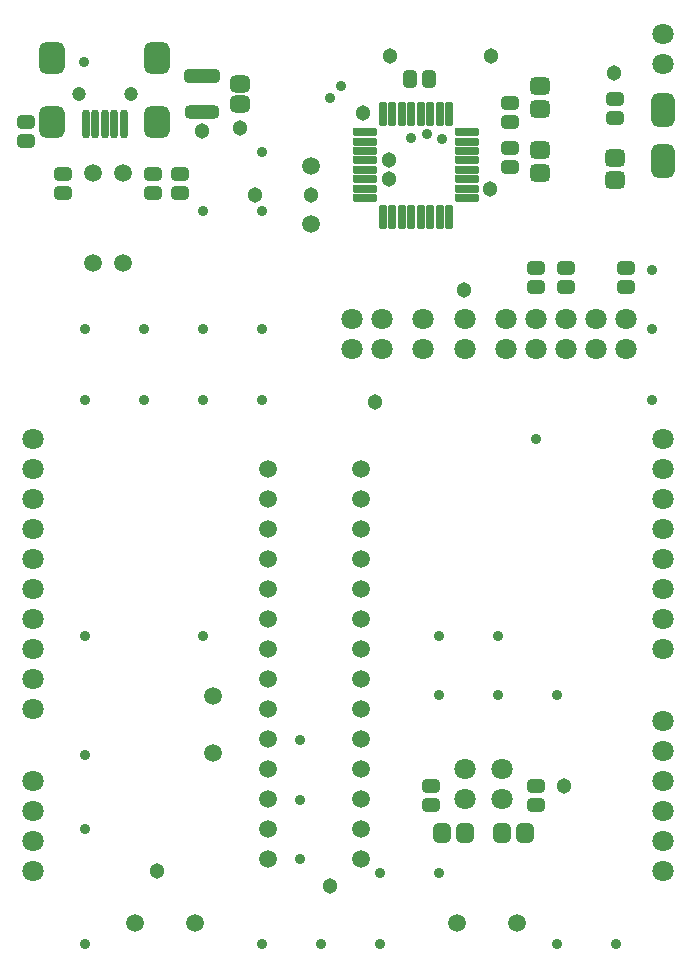
<source format=gts>
%FSTAX43Y43*%
%MOMM*%
G71*
G01*
G75*
G04 Layer_Color=3394611*
G04:AMPARAMS|DCode=10|XSize=2.5mm|YSize=2mm|CornerRadius=0.5mm|HoleSize=0mm|Usage=FLASHONLY|Rotation=90.000|XOffset=0mm|YOffset=0mm|HoleType=Round|Shape=RoundedRectangle|*
%AMROUNDEDRECTD10*
21,1,2.500,1.000,0,0,90.0*
21,1,1.500,2.000,0,0,90.0*
1,1,1.000,0.500,0.750*
1,1,1.000,0.500,-0.750*
1,1,1.000,-0.500,-0.750*
1,1,1.000,-0.500,0.750*
%
%ADD10ROUNDEDRECTD10*%
%ADD11O,0.500X2.250*%
G04:AMPARAMS|DCode=12|XSize=1.3mm|YSize=1mm|CornerRadius=0.25mm|HoleSize=0mm|Usage=FLASHONLY|Rotation=0.000|XOffset=0mm|YOffset=0mm|HoleType=Round|Shape=RoundedRectangle|*
%AMROUNDEDRECTD12*
21,1,1.300,0.500,0,0,0.0*
21,1,0.800,1.000,0,0,0.0*
1,1,0.500,0.400,-0.250*
1,1,0.500,-0.400,-0.250*
1,1,0.500,-0.400,0.250*
1,1,0.500,0.400,0.250*
%
%ADD12ROUNDEDRECTD12*%
G04:AMPARAMS|DCode=13|XSize=1mm|YSize=2.8mm|CornerRadius=0.25mm|HoleSize=0mm|Usage=FLASHONLY|Rotation=270.000|XOffset=0mm|YOffset=0mm|HoleType=Round|Shape=RoundedRectangle|*
%AMROUNDEDRECTD13*
21,1,1.000,2.300,0,0,270.0*
21,1,0.500,2.800,0,0,270.0*
1,1,0.500,-1.150,-0.250*
1,1,0.500,-1.150,0.250*
1,1,0.500,1.150,0.250*
1,1,0.500,1.150,-0.250*
%
%ADD13ROUNDEDRECTD13*%
G04:AMPARAMS|DCode=14|XSize=0.9mm|YSize=2.7mm|CornerRadius=0.225mm|HoleSize=0mm|Usage=FLASHONLY|Rotation=270.000|XOffset=0mm|YOffset=0mm|HoleType=Round|Shape=RoundedRectangle|*
%AMROUNDEDRECTD14*
21,1,0.900,2.250,0,0,270.0*
21,1,0.450,2.700,0,0,270.0*
1,1,0.450,-1.125,-0.225*
1,1,0.450,-1.125,0.225*
1,1,0.450,1.125,0.225*
1,1,0.450,1.125,-0.225*
%
%ADD14ROUNDEDRECTD14*%
G04:AMPARAMS|DCode=15|XSize=1.5mm|YSize=1.25mm|CornerRadius=0.313mm|HoleSize=0mm|Usage=FLASHONLY|Rotation=180.000|XOffset=0mm|YOffset=0mm|HoleType=Round|Shape=RoundedRectangle|*
%AMROUNDEDRECTD15*
21,1,1.500,0.625,0,0,180.0*
21,1,0.875,1.250,0,0,180.0*
1,1,0.625,-0.438,0.313*
1,1,0.625,0.438,0.313*
1,1,0.625,0.438,-0.313*
1,1,0.625,-0.438,-0.313*
%
%ADD15ROUNDEDRECTD15*%
G04:AMPARAMS|DCode=16|XSize=1.9mm|YSize=0.5mm|CornerRadius=0.125mm|HoleSize=0mm|Usage=FLASHONLY|Rotation=0.000|XOffset=0mm|YOffset=0mm|HoleType=Round|Shape=RoundedRectangle|*
%AMROUNDEDRECTD16*
21,1,1.900,0.250,0,0,0.0*
21,1,1.650,0.500,0,0,0.0*
1,1,0.250,0.825,-0.125*
1,1,0.250,-0.825,-0.125*
1,1,0.250,-0.825,0.125*
1,1,0.250,0.825,0.125*
%
%ADD16ROUNDEDRECTD16*%
G04:AMPARAMS|DCode=17|XSize=1.9mm|YSize=0.5mm|CornerRadius=0.125mm|HoleSize=0mm|Usage=FLASHONLY|Rotation=90.000|XOffset=0mm|YOffset=0mm|HoleType=Round|Shape=RoundedRectangle|*
%AMROUNDEDRECTD17*
21,1,1.900,0.250,0,0,90.0*
21,1,1.650,0.500,0,0,90.0*
1,1,0.250,0.125,0.825*
1,1,0.250,0.125,-0.825*
1,1,0.250,-0.125,-0.825*
1,1,0.250,-0.125,0.825*
%
%ADD17ROUNDEDRECTD17*%
G04:AMPARAMS|DCode=18|XSize=1.3mm|YSize=1mm|CornerRadius=0.25mm|HoleSize=0mm|Usage=FLASHONLY|Rotation=90.000|XOffset=0mm|YOffset=0mm|HoleType=Round|Shape=RoundedRectangle|*
%AMROUNDEDRECTD18*
21,1,1.300,0.500,0,0,90.0*
21,1,0.800,1.000,0,0,90.0*
1,1,0.500,0.250,0.400*
1,1,0.500,0.250,-0.400*
1,1,0.500,-0.250,-0.400*
1,1,0.500,-0.250,0.400*
%
%ADD18ROUNDEDRECTD18*%
G04:AMPARAMS|DCode=19|XSize=2.65mm|YSize=1.75mm|CornerRadius=0.438mm|HoleSize=0mm|Usage=FLASHONLY|Rotation=270.000|XOffset=0mm|YOffset=0mm|HoleType=Round|Shape=RoundedRectangle|*
%AMROUNDEDRECTD19*
21,1,2.650,0.875,0,0,270.0*
21,1,1.775,1.750,0,0,270.0*
1,1,0.875,-0.438,-0.887*
1,1,0.875,-0.438,0.887*
1,1,0.875,0.438,0.887*
1,1,0.875,0.438,-0.887*
%
%ADD19ROUNDEDRECTD19*%
G04:AMPARAMS|DCode=20|XSize=1.5mm|YSize=1.3mm|CornerRadius=0.325mm|HoleSize=0mm|Usage=FLASHONLY|Rotation=0.000|XOffset=0mm|YOffset=0mm|HoleType=Round|Shape=RoundedRectangle|*
%AMROUNDEDRECTD20*
21,1,1.500,0.650,0,0,0.0*
21,1,0.850,1.300,0,0,0.0*
1,1,0.650,0.425,-0.325*
1,1,0.650,-0.425,-0.325*
1,1,0.650,-0.425,0.325*
1,1,0.650,0.425,0.325*
%
%ADD20ROUNDEDRECTD20*%
G04:AMPARAMS|DCode=21|XSize=1.5mm|YSize=1.3mm|CornerRadius=0.325mm|HoleSize=0mm|Usage=FLASHONLY|Rotation=270.000|XOffset=0mm|YOffset=0mm|HoleType=Round|Shape=RoundedRectangle|*
%AMROUNDEDRECTD21*
21,1,1.500,0.650,0,0,270.0*
21,1,0.850,1.300,0,0,270.0*
1,1,0.650,-0.325,-0.425*
1,1,0.650,-0.325,0.425*
1,1,0.650,0.325,0.425*
1,1,0.650,0.325,-0.425*
%
%ADD21ROUNDEDRECTD21*%
%ADD22C,1.000*%
%ADD23C,0.500*%
%ADD24C,0.300*%
%ADD25C,1.300*%
%ADD26C,1.600*%
%ADD27C,1.000*%
%ADD28C,1.100*%
%ADD29C,0.700*%
G04:AMPARAMS|DCode=30|XSize=0.9mm|YSize=0.8mm|CornerRadius=0.2mm|HoleSize=0mm|Usage=FLASHONLY|Rotation=270.000|XOffset=0mm|YOffset=0mm|HoleType=Round|Shape=RoundedRectangle|*
%AMROUNDEDRECTD30*
21,1,0.900,0.400,0,0,270.0*
21,1,0.500,0.800,0,0,270.0*
1,1,0.400,-0.200,-0.250*
1,1,0.400,-0.200,0.250*
1,1,0.400,0.200,0.250*
1,1,0.400,0.200,-0.250*
%
%ADD30ROUNDEDRECTD30*%
%ADD31C,0.178*%
%ADD32C,0.005*%
%ADD33C,0.254*%
%ADD34C,0.250*%
G04:AMPARAMS|DCode=35|XSize=2.703mm|YSize=2.203mm|CornerRadius=0.602mm|HoleSize=0mm|Usage=FLASHONLY|Rotation=90.000|XOffset=0mm|YOffset=0mm|HoleType=Round|Shape=RoundedRectangle|*
%AMROUNDEDRECTD35*
21,1,2.703,1.000,0,0,90.0*
21,1,1.500,2.203,0,0,90.0*
1,1,1.203,0.500,0.750*
1,1,1.203,0.500,-0.750*
1,1,1.203,-0.500,-0.750*
1,1,1.203,-0.500,0.750*
%
%ADD35ROUNDEDRECTD35*%
%ADD36O,0.703X2.453*%
G04:AMPARAMS|DCode=37|XSize=1.503mm|YSize=1.203mm|CornerRadius=0.352mm|HoleSize=0mm|Usage=FLASHONLY|Rotation=0.000|XOffset=0mm|YOffset=0mm|HoleType=Round|Shape=RoundedRectangle|*
%AMROUNDEDRECTD37*
21,1,1.503,0.500,0,0,0.0*
21,1,0.800,1.203,0,0,0.0*
1,1,0.703,0.400,-0.250*
1,1,0.703,-0.400,-0.250*
1,1,0.703,-0.400,0.250*
1,1,0.703,0.400,0.250*
%
%ADD37ROUNDEDRECTD37*%
G04:AMPARAMS|DCode=38|XSize=1.203mm|YSize=3.003mm|CornerRadius=0.352mm|HoleSize=0mm|Usage=FLASHONLY|Rotation=270.000|XOffset=0mm|YOffset=0mm|HoleType=Round|Shape=RoundedRectangle|*
%AMROUNDEDRECTD38*
21,1,1.203,2.300,0,0,270.0*
21,1,0.500,3.003,0,0,270.0*
1,1,0.703,-1.150,-0.250*
1,1,0.703,-1.150,0.250*
1,1,0.703,1.150,0.250*
1,1,0.703,1.150,-0.250*
%
%ADD38ROUNDEDRECTD38*%
G04:AMPARAMS|DCode=39|XSize=1.103mm|YSize=2.903mm|CornerRadius=0.327mm|HoleSize=0mm|Usage=FLASHONLY|Rotation=270.000|XOffset=0mm|YOffset=0mm|HoleType=Round|Shape=RoundedRectangle|*
%AMROUNDEDRECTD39*
21,1,1.103,2.250,0,0,270.0*
21,1,0.450,2.903,0,0,270.0*
1,1,0.653,-1.125,-0.225*
1,1,0.653,-1.125,0.225*
1,1,0.653,1.125,0.225*
1,1,0.653,1.125,-0.225*
%
%ADD39ROUNDEDRECTD39*%
G04:AMPARAMS|DCode=40|XSize=1.703mm|YSize=1.453mm|CornerRadius=0.414mm|HoleSize=0mm|Usage=FLASHONLY|Rotation=180.000|XOffset=0mm|YOffset=0mm|HoleType=Round|Shape=RoundedRectangle|*
%AMROUNDEDRECTD40*
21,1,1.703,0.625,0,0,180.0*
21,1,0.875,1.453,0,0,180.0*
1,1,0.828,-0.438,0.313*
1,1,0.828,0.438,0.313*
1,1,0.828,0.438,-0.313*
1,1,0.828,-0.438,-0.313*
%
%ADD40ROUNDEDRECTD40*%
G04:AMPARAMS|DCode=41|XSize=2.1mm|YSize=0.7mm|CornerRadius=0.225mm|HoleSize=0mm|Usage=FLASHONLY|Rotation=0.000|XOffset=0mm|YOffset=0mm|HoleType=Round|Shape=RoundedRectangle|*
%AMROUNDEDRECTD41*
21,1,2.100,0.250,0,0,0.0*
21,1,1.650,0.700,0,0,0.0*
1,1,0.450,0.825,-0.125*
1,1,0.450,-0.825,-0.125*
1,1,0.450,-0.825,0.125*
1,1,0.450,0.825,0.125*
%
%ADD41ROUNDEDRECTD41*%
G04:AMPARAMS|DCode=42|XSize=2.1mm|YSize=0.7mm|CornerRadius=0.225mm|HoleSize=0mm|Usage=FLASHONLY|Rotation=90.000|XOffset=0mm|YOffset=0mm|HoleType=Round|Shape=RoundedRectangle|*
%AMROUNDEDRECTD42*
21,1,2.100,0.250,0,0,90.0*
21,1,1.650,0.700,0,0,90.0*
1,1,0.450,0.125,0.825*
1,1,0.450,0.125,-0.825*
1,1,0.450,-0.125,-0.825*
1,1,0.450,-0.125,0.825*
%
%ADD42ROUNDEDRECTD42*%
G04:AMPARAMS|DCode=43|XSize=1.503mm|YSize=1.203mm|CornerRadius=0.352mm|HoleSize=0mm|Usage=FLASHONLY|Rotation=90.000|XOffset=0mm|YOffset=0mm|HoleType=Round|Shape=RoundedRectangle|*
%AMROUNDEDRECTD43*
21,1,1.503,0.500,0,0,90.0*
21,1,0.800,1.203,0,0,90.0*
1,1,0.703,0.250,0.400*
1,1,0.703,0.250,-0.400*
1,1,0.703,-0.250,-0.400*
1,1,0.703,-0.250,0.400*
%
%ADD43ROUNDEDRECTD43*%
G04:AMPARAMS|DCode=44|XSize=2.853mm|YSize=1.953mm|CornerRadius=0.539mm|HoleSize=0mm|Usage=FLASHONLY|Rotation=270.000|XOffset=0mm|YOffset=0mm|HoleType=Round|Shape=RoundedRectangle|*
%AMROUNDEDRECTD44*
21,1,2.853,0.875,0,0,270.0*
21,1,1.775,1.953,0,0,270.0*
1,1,1.078,-0.438,-0.887*
1,1,1.078,-0.438,0.887*
1,1,1.078,0.438,0.887*
1,1,1.078,0.438,-0.887*
%
%ADD44ROUNDEDRECTD44*%
G04:AMPARAMS|DCode=45|XSize=1.703mm|YSize=1.503mm|CornerRadius=0.427mm|HoleSize=0mm|Usage=FLASHONLY|Rotation=0.000|XOffset=0mm|YOffset=0mm|HoleType=Round|Shape=RoundedRectangle|*
%AMROUNDEDRECTD45*
21,1,1.703,0.650,0,0,0.0*
21,1,0.850,1.503,0,0,0.0*
1,1,0.853,0.425,-0.325*
1,1,0.853,-0.425,-0.325*
1,1,0.853,-0.425,0.325*
1,1,0.853,0.425,0.325*
%
%ADD45ROUNDEDRECTD45*%
G04:AMPARAMS|DCode=46|XSize=1.703mm|YSize=1.503mm|CornerRadius=0.427mm|HoleSize=0mm|Usage=FLASHONLY|Rotation=270.000|XOffset=0mm|YOffset=0mm|HoleType=Round|Shape=RoundedRectangle|*
%AMROUNDEDRECTD46*
21,1,1.703,0.650,0,0,270.0*
21,1,0.850,1.503,0,0,270.0*
1,1,0.853,-0.325,-0.425*
1,1,0.853,-0.325,0.425*
1,1,0.853,0.325,0.425*
1,1,0.853,0.325,-0.425*
%
%ADD46ROUNDEDRECTD46*%
%ADD47C,1.503*%
%ADD48C,1.800*%
%ADD49C,1.200*%
%ADD50C,1.500*%
%ADD51C,1.303*%
%ADD52C,0.903*%
D35*
X0091128Y011797D02*
D03*
Y011252D02*
D03*
X0082228Y011797D02*
D03*
Y011252D02*
D03*
D36*
X0088277Y0112395D02*
D03*
X0087478D02*
D03*
X0086677D02*
D03*
X0085878D02*
D03*
X0085077D02*
D03*
D37*
X008001Y011256D02*
D03*
Y011096D02*
D03*
X0090805Y0106515D02*
D03*
Y0108115D02*
D03*
X0093027Y0106515D02*
D03*
Y0108115D02*
D03*
X0083185Y0106515D02*
D03*
Y0108115D02*
D03*
X0120967Y0108738D02*
D03*
Y0110338D02*
D03*
Y0114147D02*
D03*
Y0112548D02*
D03*
X0129857Y0112865D02*
D03*
Y0114465D02*
D03*
X012319Y0100177D02*
D03*
Y0098577D02*
D03*
X012573Y0100177D02*
D03*
Y0098577D02*
D03*
X013081Y0100177D02*
D03*
Y0098577D02*
D03*
X012319Y0054715D02*
D03*
Y0056315D02*
D03*
X01143Y0054715D02*
D03*
Y0056315D02*
D03*
D38*
X0094933Y0116485D02*
D03*
D39*
Y0113385D02*
D03*
D40*
X0098107Y011406D02*
D03*
Y011581D02*
D03*
D41*
X010868Y0110902D02*
D03*
Y0110103D02*
D03*
Y0109302D02*
D03*
Y0108503D02*
D03*
Y0107702D02*
D03*
Y0106902D02*
D03*
Y0106103D02*
D03*
Y0111702D02*
D03*
X011738Y0106103D02*
D03*
Y0106902D02*
D03*
Y0107702D02*
D03*
Y0108503D02*
D03*
Y0109302D02*
D03*
Y0110103D02*
D03*
Y0110902D02*
D03*
Y0111702D02*
D03*
D42*
X011023Y0104552D02*
D03*
X011103D02*
D03*
X011183D02*
D03*
X011263D02*
D03*
X011343D02*
D03*
X011423D02*
D03*
X011503D02*
D03*
X011583D02*
D03*
Y0113253D02*
D03*
X011503D02*
D03*
X011423D02*
D03*
X011343D02*
D03*
X011263D02*
D03*
X011183D02*
D03*
X011103D02*
D03*
X011023D02*
D03*
D43*
X0112548Y0116205D02*
D03*
X0114147D02*
D03*
D44*
X0133975Y0109293D02*
D03*
Y0113592D02*
D03*
D45*
X0123507Y011017D02*
D03*
Y010827D02*
D03*
Y0115567D02*
D03*
Y0113668D02*
D03*
X0129857Y0107635D02*
D03*
Y0109535D02*
D03*
D46*
X0117155Y005234D02*
D03*
X0115255D02*
D03*
X0120335D02*
D03*
X0122235D02*
D03*
D47*
X0100522Y0080598D02*
D03*
Y0078058D02*
D03*
Y0075518D02*
D03*
Y0072978D02*
D03*
Y0070438D02*
D03*
Y0067897D02*
D03*
Y0065357D02*
D03*
Y0062818D02*
D03*
Y0060278D02*
D03*
Y0057737D02*
D03*
Y0055197D02*
D03*
Y0052658D02*
D03*
Y0050118D02*
D03*
Y0083137D02*
D03*
X0108393D02*
D03*
Y0080598D02*
D03*
Y0078058D02*
D03*
Y0075518D02*
D03*
Y0072978D02*
D03*
Y0070438D02*
D03*
Y0067897D02*
D03*
Y0065357D02*
D03*
Y0062818D02*
D03*
Y0060278D02*
D03*
Y0057737D02*
D03*
Y0055197D02*
D03*
Y0052658D02*
D03*
Y0050118D02*
D03*
X0085725Y0108268D02*
D03*
X0088265D02*
D03*
X0094298Y004472D02*
D03*
X0089217D02*
D03*
X0121603D02*
D03*
X0116522D02*
D03*
D48*
X0080645Y0056785D02*
D03*
Y0054245D02*
D03*
Y0051705D02*
D03*
Y0049165D02*
D03*
X0117158Y0055197D02*
D03*
Y0057737D02*
D03*
X012065Y0093345D02*
D03*
X012319D02*
D03*
X012573D02*
D03*
X012827D02*
D03*
X013081D02*
D03*
X0133975Y0061865D02*
D03*
Y0059325D02*
D03*
Y0056785D02*
D03*
Y0054245D02*
D03*
Y0051705D02*
D03*
Y0049165D02*
D03*
Y0085677D02*
D03*
Y0083137D02*
D03*
Y0080598D02*
D03*
Y0078058D02*
D03*
Y0075518D02*
D03*
Y0072978D02*
D03*
Y0070438D02*
D03*
Y0067897D02*
D03*
X0080645Y0062818D02*
D03*
Y0065357D02*
D03*
Y0067897D02*
D03*
Y0070438D02*
D03*
Y0072978D02*
D03*
Y0075518D02*
D03*
Y0078058D02*
D03*
Y0080598D02*
D03*
Y0083137D02*
D03*
Y0085677D02*
D03*
X0107632Y0093345D02*
D03*
X0110173D02*
D03*
X0120332Y0055197D02*
D03*
Y0057737D02*
D03*
X0113665Y0095885D02*
D03*
Y0093345D02*
D03*
X0117158D02*
D03*
Y0095885D02*
D03*
X012065D02*
D03*
X012319D02*
D03*
X012573D02*
D03*
X012827D02*
D03*
X013081D02*
D03*
X0110173D02*
D03*
X0107632D02*
D03*
X0133975Y0120015D02*
D03*
Y0117475D02*
D03*
D49*
X0088878Y0114965D02*
D03*
X0084478D02*
D03*
D50*
X0085725Y0100647D02*
D03*
X0088265D02*
D03*
X010414Y0108802D02*
D03*
Y0103923D02*
D03*
X0095885Y0063987D02*
D03*
Y0059107D02*
D03*
D51*
X01171Y00983D02*
D03*
X01298Y01167D02*
D03*
X0108585Y0113348D02*
D03*
X0099378Y0106363D02*
D03*
X010414D02*
D03*
X0098107Y0112077D02*
D03*
X0094933Y011176D02*
D03*
X0091122Y0049165D02*
D03*
X011938Y011811D02*
D03*
X0110808D02*
D03*
X0119285Y0106902D02*
D03*
X0110738Y0107702D02*
D03*
X0110725Y0109302D02*
D03*
X0109537Y0088853D02*
D03*
X0105728Y0047895D02*
D03*
X01256Y00563D02*
D03*
D52*
X010325Y005015D02*
D03*
Y005515D02*
D03*
Y006025D02*
D03*
X00849Y01176D02*
D03*
X01Y011D02*
D03*
Y0105D02*
D03*
X0095D02*
D03*
X0133Y01D02*
D03*
Y0095D02*
D03*
Y0089D02*
D03*
X01D02*
D03*
Y0095D02*
D03*
X0095D02*
D03*
X009D02*
D03*
X0085D02*
D03*
X0095Y0089D02*
D03*
X009D02*
D03*
X0085D02*
D03*
X0115Y0064D02*
D03*
X012D02*
D03*
X0125D02*
D03*
X012Y0069D02*
D03*
X0115D02*
D03*
X0095D02*
D03*
X0085D02*
D03*
Y0059D02*
D03*
Y00527D02*
D03*
X0115Y0049D02*
D03*
X011D02*
D03*
X013Y0043D02*
D03*
X0125D02*
D03*
X011D02*
D03*
X0105D02*
D03*
X01D02*
D03*
X0085D02*
D03*
X012319Y0085677D02*
D03*
X0115253Y0111125D02*
D03*
X010668Y011557D02*
D03*
X0105728Y0114618D02*
D03*
X011263Y0111207D02*
D03*
X0114Y01115D02*
D03*
M02*

</source>
